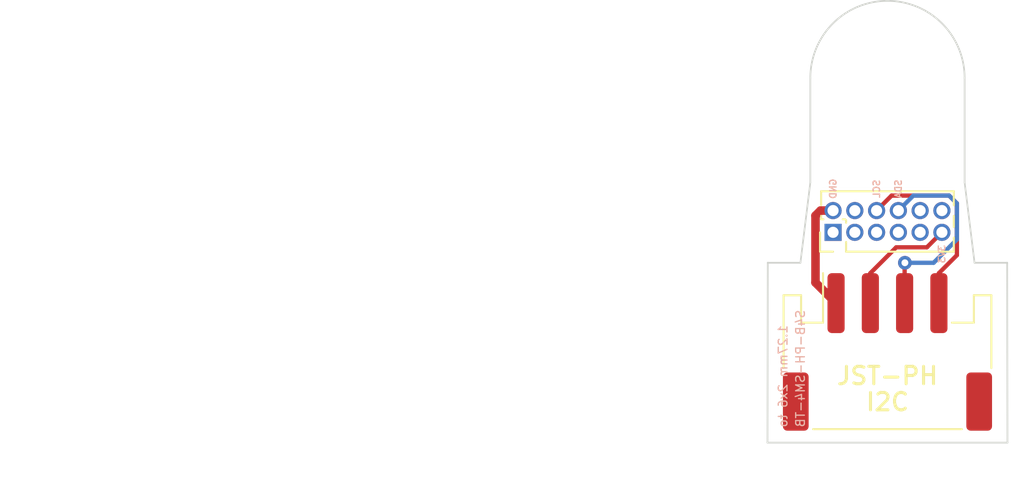
<source format=kicad_pcb>
(kicad_pcb (version 20211014) (generator pcbnew)
  (title_block (title "2x6 1.27mm socket to JST-PH I2C Adapter board PCB") (date "2021-11-28") (rev "1") (comment 2 "Vincent Nguyen"))
  (layers (0 "F.Cu" signal "Front") (31 "B.Cu" signal "Back") (34 "B.Paste" user) (35 "F.Paste" user) (36 "B.SilkS" user "B.Silkscreen") (37 "F.SilkS" user "F.Silkscreen") (38 "B.Mask" user) (39 "F.Mask" user) (44 "Edge.Cuts" user))
  (net 0 "")
  (net 1 "/3V3")
  (net 2 "/UART_TX")
  (net 3 "/SPI_SCK")
  (net 4 "/UART_RX")
  (net 5 "/SPI_MISO")
  (net 6 "/I2C_SDA")
  (net 7 "/SPI_MOSI")
  (net 8 "/I2C_SCL")
  (net 9 "/SPI_CS0")
  (net 10 "/SPI_CS2")
  (net 11 "/SPI_CS1")
  (net 12 "/GND")
  (footprint "Connector_JST:JST_PH_S4B-PH-SM4-TB_1x04-1MP_P2.00mm_Horizontal" (layer "F.Cu") (at 151.699999 99.303001)
    (fp_text reference "J2" hide)
    (fp_text value "S4B-PH-SM4-K-TB")
    (fp_line (start -5.04 -3.31) (end -5.04 -1.71) (layer "F.SilkS") (width 0.12))
    (fp_line (start -3.76 -1.71) (end -3.76 -4.6) (layer "F.SilkS") (width 0.12))
    (fp_line (start 5.04 -1.71) (end 3.76 -1.71) (layer "F.SilkS") (width 0.12))
    (fp_line (start -4.34 4.51) (end 4.34 4.51) (layer "F.SilkS") (width 0.12))
    (fp_line (start -6.06 0.94) (end -6.06 -3.31) (layer "F.SilkS") (width 0.12))
    (fp_line (start 6.06 -3.31) (end 5.04 -3.31) (layer "F.SilkS") (width 0.12))
    (fp_line (start 5.04 -3.31) (end 5.04 -1.71) (layer "F.SilkS") (width 0.12))
    (fp_line (start -5.04 -1.71) (end -3.76 -1.71) (layer "F.SilkS") (width 0.12))
    (fp_line (start 6.06 0.94) (end 6.06 -3.31) (layer "F.SilkS") (width 0.12))
    (fp_line (start -6.06 -3.31) (end -5.04 -3.31) (layer "F.SilkS") (width 0.12))
    (pad "1" smd roundrect locked (at -3 -2.85) (size 1 3.5) (layers "F.Cu" "F.Paste" "F.Mask") (net 12 "/GND"))
    (pad "2" smd roundrect locked (at -1 -2.85) (size 1 3.5) (layers "F.Cu" "F.Paste" "F.Mask") (net 1 "/3V3"))
    (pad "3" smd roundrect locked (at 1 -2.85) (size 1 3.5) (layers "F.Cu" "F.Paste" "F.Mask") (net 6 "/I2C_SDA"))
    (pad "4" smd roundrect locked (at 3 -2.85) (size 1 3.5) (layers "F.Cu" "F.Paste" "F.Mask") (net 8 "/I2C_SCL"))
    (pad "MP" smd roundrect locked (at 5.35 2.9) (size 1.5 3.4) (layers "F.Cu" "F.Paste" "F.Mask") (roundrect_rratio 0.166667))
    (pad "MP" smd roundrect locked (at -5.35 2.9) (size 1.5 3.4) (layers "F.Cu" "F.Paste" "F.Mask") (roundrect_rratio 0.166667))
  )
  (footprint "Connector_PinHeader_1.27mm:PinHeader_2x06_P1.27mm_Vertical" (layer "F.Cu") (at 148.525 92.318 90)
    (fp_text reference "J1" hide)
    (fp_text value "1.27mm 2x6-PTH")
    (fp_line (start 0.76 -0.695) (end 0.96247 -0.695) (layer "F.SilkS") (width 0.12))
    (fp_line (start 0.30753 7.045) (end 0.96247 7.045) (layer "F.SilkS") (width 0.12))
    (fp_line (start -1.13 7.045) (end -0.30753 7.045) (layer "F.SilkS") (width 0.12))
    (fp_line (start -1.13 -0.76) (end 0 -0.76) (layer "F.SilkS") (width 0.12))
    (fp_line (start 0.76 -0.563471) (end 0.76 -0.695) (layer "F.SilkS") (width 0.12))
    (fp_line (start -1.13 0) (end -1.13 -0.76) (layer "F.SilkS") (width 0.12))
    (fp_line (start -1.13 0.76) (end -0.563471 0.76) (layer "F.SilkS") (width 0.12))
    (fp_line (start -1.13 0.76) (end -1.13 7.045) (layer "F.SilkS") (width 0.12))
    (fp_line (start 1.57753 -0.695) (end 2.4 -0.695) (layer "F.SilkS") (width 0.12))
    (fp_line (start 2.4 -0.695) (end 2.4 7.045) (layer "F.SilkS") (width 0.12))
    (fp_line (start 1.57753 7.045) (end 2.4 7.045) (layer "F.SilkS") (width 0.12))
    (fp_line (start 0.76 0.706529) (end 0.76 0.563471) (layer "F.SilkS") (width 0.12))
    (fp_line (start 0.563471 0.76) (end 0.706529 0.76) (layer "F.SilkS") (width 0.12))
    (pad "1" thru_hole rect locked (at 0 0 90) (size 1 1) (drill 0.65) (layers *.Cu *.Mask) (net 11 "/SPI_CS1"))
    (pad "2" thru_hole oval locked (at 1.27 0 90) (size 1 1) (drill 0.65) (layers *.Cu *.Mask) (net 12 "/GND"))
    (pad "3" thru_hole oval locked (at 0 1.27 90) (size 1 1) (drill 0.65) (layers *.Cu *.Mask) (net 9 "/SPI_CS0"))
    (pad "4" thru_hole oval locked (at 1.27 1.27 90) (size 1 1) (drill 0.65) (layers *.Cu *.Mask) (net 10 "/SPI_CS2"))
    (pad "5" thru_hole oval locked (at 0 2.54 90) (size 1 1) (drill 0.65) (layers *.Cu *.Mask) (net 7 "/SPI_MOSI"))
    (pad "6" thru_hole oval locked (at 1.27 2.54 90) (size 1 1) (drill 0.65) (layers *.Cu *.Mask) (net 8 "/I2C_SCL"))
    (pad "7" thru_hole oval locked (at 0 3.81 90) (size 1 1) (drill 0.65) (layers *.Cu *.Mask) (net 5 "/SPI_MISO"))
    (pad "8" thru_hole oval locked (at 1.27 3.81 90) (size 1 1) (drill 0.65) (layers *.Cu *.Mask) (net 6 "/I2C_SDA"))
    (pad "9" thru_hole oval locked (at 0 5.08 90) (size 1 1) (drill 0.65) (layers *.Cu *.Mask) (net 3 "/SPI_SCK"))
    (pad "10" thru_hole oval locked (at 1.27 5.08 90) (size 1 1) (drill 0.65) (layers *.Cu *.Mask) (net 4 "/UART_RX"))
    (pad "11" thru_hole oval locked (at 0 6.35 90) (size 1 1) (drill 0.65) (layers *.Cu *.Mask) (net 1 "/3V3"))
    (pad "12" thru_hole oval locked (at 1.27 6.35 90) (size 1 1) (drill 0.65) (layers *.Cu *.Mask) (net 2 "/UART_TX"))
  )
  (footprint "MountingHole:MountingHole_2.2mm_M2" (layer "F.Cu") (at 151.7 83.3)
    (fp_text reference "H1" hide)
    (fp_text value "MountingHole")
    (pad "" np_thru_hole circle (at 0 0) (size 2.2 2.2) (drill 2.2) (layers *.Cu *.Mask))
  )
  (gr_line (start 146.62 94.096) (end 147.2 89.4) (layer "Edge.Cuts") (width 0.1))
  (gr_arc (start 147.2 83.3) (mid 151.7 78.8) (end 156.2 83.3) (layer "Edge.Cuts") (width 0.1))
  (gr_line (start 144.715 94.096001) (end 144.7 104.6) (layer "Edge.Cuts") (width 0.1))
  (gr_line (start 144.7 104.6) (end 158.7 104.6) (layer "Edge.Cuts") (width 0.1))
  (gr_line (start 156.779998 94.096002) (end 156.2 89.4) (layer "Edge.Cuts") (width 0.1))
  (gr_line (start 156.779998 94.096002) (end 158.684998 94.096001) (layer "Edge.Cuts") (width 0.1))
  (gr_line (start 156.2 83.3) (end 156.2 89.4) (layer "Edge.Cuts") (width 0.1))
  (gr_line (start 147.2 83.3) (end 147.2 89.4) (layer "Edge.Cuts") (width 0.1))
  (gr_line (start 144.715 94.096001) (end 146.62 94.096) (layer "Edge.Cuts") (width 0.1))
  (gr_line (start 158.684998 94.096001) (end 158.7 104.6) (layer "Edge.Cuts") (width 0.1))
  (gr_text "GND" (at 148.525 89.778 90) (layer "B.SilkS") (effects (font (size 0.381 0.381) (thickness 0.0762)) (justify mirror)))
  (gr_text "SCL" (at 151.065 89.778001 90) (layer "B.SilkS") (effects (font (size 0.381 0.381) (thickness 0.0762)) (justify mirror)))
  (gr_text "SDA" (at 152.334999 89.778001 90) (layer "B.SilkS") (effects (font (size 0.381 0.381) (thickness 0.0762)) (justify mirror)))
  (gr_text "S4B-PH-SM4-TB" (at 146.62 103.748 90) (layer "B.SilkS") (effects (font (size 0.508 0.508) (thickness 0.0762)) (justify right mirror)))
  (gr_text "3V3" (at 154.875 93.588001 90) (layer "B.SilkS") (effects (font (size 0.381 0.381) (thickness 0.0762)) (justify mirror)))
  (gr_text "1.27mm 2x6 to" (at 145.604 103.748002 90) (layer "B.SilkS") (effects (font (size 0.508 0.508) (thickness 0.0762)) (justify right mirror)))
  (gr_text "JST-PH" (at 151.7 100.7) (layer "F.SilkS") (effects (font (size 1.016 1.016) (thickness 0.1778))))
  (gr_text "I2C" (at 151.7 102.224) (layer "F.SilkS") (effects (font (size 1.016 1.016) (thickness 0.1778))))
  (segment (start 150.699999 94.703001) (end 152.209999 93.193001) (width 0.25) (layer "F.Cu") (net 1))
  (segment (start 152.209999 93.193001) (end 153.999999 93.193001) (width 0.25) (layer "F.Cu") (net 1))
  (segment (start 153.999999 93.193001) (end 154.875 92.318) (width 0.25) (layer "F.Cu") (net 1))
  (segment (start 150.7 96.453) (end 150.699999 94.703001) (width 0.25) (layer "F.Cu") (net 1))
  (segment (start 152.699999 96.453001) (end 152.699999 94.112001) (width 0.25) (layer "F.Cu") (net 6))
  (segment (start 152.699999 94.112001) (end 152.716 94.096) (width 0.25) (layer "F.Cu") (net 6))
  (via (at 152.716 94.096) (size 0.8) (drill 0.4) (layers "F.Cu" "B.Cu") (net 6))
  (segment (start 154.392001 94.096001) (end 155.750001 92.738001) (width 0.25) (layer "B.Cu") (net 6))
  (segment (start 155.750001 92.738001) (end 155.750001 90.628) (width 0.25) (layer "B.Cu") (net 6))
  (segment (start 155.295001 90.172999) (end 153.210002 90.172999) (width 0.25) (layer "B.Cu") (net 6))
  (segment (start 152.716 94.096) (end 154.392001 94.096001) (width 0.25) (layer "B.Cu") (net 6))
  (segment (start 153.210002 90.172999) (end 152.335 91.048001) (width 0.25) (layer "B.Cu") (net 6))
  (segment (start 155.750001 90.628) (end 155.295001 90.172999) (width 0.25) (layer "B.Cu") (net 6))
  (segment (start 155.750001 93.653) (end 155.750001 90.628) (width 0.25) (layer "F.Cu") (net 8))
  (segment (start 155.750001 90.628) (end 155.295001 90.172999) (width 0.25) (layer "F.Cu") (net 8))
  (segment (start 154.7 96.453) (end 154.7 94.703) (width 0.25) (layer "F.Cu") (net 8))
  (segment (start 151.94 90.173) (end 151.065001 91.048001) (width 0.25) (layer "F.Cu") (net 8))
  (segment (start 154.7 94.703) (end 155.750001 93.653) (width 0.25) (layer "F.Cu") (net 8))
  (segment (start 155.295001 90.172999) (end 151.94 90.173) (width 0.25) (layer "F.Cu") (net 8))
  (segment (start 147.795 91.048) (end 147.5 91.343) (width 0.5) (layer "F.Cu") (net 12))
  (segment (start 147.5 95.253002) (end 148.699999 96.453001) (width 0.5) (layer "F.Cu") (net 12))
  (segment (start 147.5 91.343) (end 147.5 95.253002) (width 0.5) (layer "F.Cu") (net 12))
  (segment (start 148.119997 91.048002) (end 148.524998 91.048002) (width 0.25) (layer "F.Cu") (net 12))
  (segment (start 148.525 91.048) (end 147.795 91.048) (width 0.5) (layer "F.Cu") (net 12))
)
</source>
